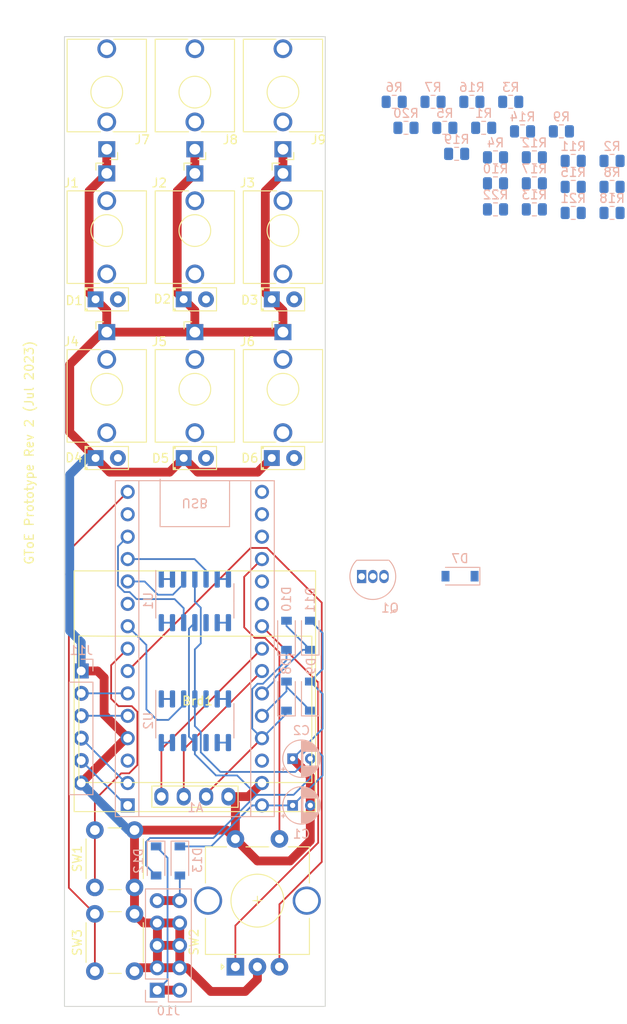
<source format=kicad_pcb>
(kicad_pcb (version 20211014) (generator pcbnew)

  (general
    (thickness 1.6)
  )

  (paper "A4")
  (layers
    (0 "F.Cu" signal)
    (31 "B.Cu" signal)
    (32 "B.Adhes" user "B.Adhesive")
    (33 "F.Adhes" user "F.Adhesive")
    (34 "B.Paste" user)
    (35 "F.Paste" user)
    (36 "B.SilkS" user "B.Silkscreen")
    (37 "F.SilkS" user "F.Silkscreen")
    (38 "B.Mask" user)
    (39 "F.Mask" user)
    (40 "Dwgs.User" user "User.Drawings")
    (41 "Cmts.User" user "User.Comments")
    (42 "Eco1.User" user "User.Eco1")
    (43 "Eco2.User" user "User.Eco2")
    (44 "Edge.Cuts" user)
    (45 "Margin" user)
    (46 "B.CrtYd" user "B.Courtyard")
    (47 "F.CrtYd" user "F.Courtyard")
    (48 "B.Fab" user)
    (49 "F.Fab" user)
    (50 "User.1" user)
    (51 "User.2" user)
    (52 "User.3" user)
    (53 "User.4" user)
    (54 "User.5" user)
    (55 "User.6" user)
    (56 "User.7" user)
    (57 "User.8" user)
    (58 "User.9" user)
  )

  (setup
    (stackup
      (layer "F.SilkS" (type "Top Silk Screen"))
      (layer "F.Paste" (type "Top Solder Paste"))
      (layer "F.Mask" (type "Top Solder Mask") (thickness 0.01))
      (layer "F.Cu" (type "copper") (thickness 0.035))
      (layer "dielectric 1" (type "core") (thickness 1.51) (material "FR4") (epsilon_r 4.5) (loss_tangent 0.02))
      (layer "B.Cu" (type "copper") (thickness 0.035))
      (layer "B.Mask" (type "Bottom Solder Mask") (thickness 0.01))
      (layer "B.Paste" (type "Bottom Solder Paste"))
      (layer "B.SilkS" (type "Bottom Silk Screen"))
      (copper_finish "None")
      (dielectric_constraints no)
    )
    (pad_to_mask_clearance 0)
    (aux_axis_origin 100 40)
    (pcbplotparams
      (layerselection 0x00010f0_ffffffff)
      (disableapertmacros false)
      (usegerberextensions false)
      (usegerberattributes true)
      (usegerberadvancedattributes true)
      (creategerberjobfile true)
      (svguseinch false)
      (svgprecision 6)
      (excludeedgelayer true)
      (plotframeref false)
      (viasonmask false)
      (mode 1)
      (useauxorigin false)
      (hpglpennumber 1)
      (hpglpenspeed 20)
      (hpglpendiameter 15.000000)
      (dxfpolygonmode true)
      (dxfimperialunits true)
      (dxfusepcbnewfont true)
      (psnegative false)
      (psa4output false)
      (plotreference true)
      (plotvalue true)
      (plotinvisibletext false)
      (sketchpadsonfab false)
      (subtractmaskfromsilk false)
      (outputformat 1)
      (mirror false)
      (drillshape 0)
      (scaleselection 1)
      (outputdirectory "Gerbers/")
    )
  )

  (net 0 "")
  (net 1 "Serial Out")
  (net 2 "Serial In")
  (net 3 "unconnected-(A1-Pad3)")
  (net 4 "GND")
  (net 5 "DIGITAL INPUT")
  (net 6 "ENC_D2")
  (net 7 "ENC_D1")
  (net 8 "Channel 1")
  (net 9 "Channel 2")
  (net 10 "Channel 3")
  (net 11 "Channel 4")
  (net 12 "Channel 5")
  (net 13 "Channel 6")
  (net 14 "START STOP BTN")
  (net 15 "SHIFT BTN")
  (net 16 "24ppqn OUT")
  (net 17 "unconnected-(A1-Pad17)")
  (net 18 "unconnected-(A1-Pad18)")
  (net 19 "unconnected-(A1-Pad20)")
  (net 20 "unconnected-(A1-Pad21)")
  (net 21 "ENC_BTN")
  (net 22 "I2C SDA")
  (net 23 "I2C SCL")
  (net 24 "+5V")
  (net 25 "unconnected-(A1-Pad28)")
  (net 26 "+12V")
  (net 27 "Net-(D1-Pad2)")
  (net 28 "Net-(D2-Pad2)")
  (net 29 "Net-(D3-Pad2)")
  (net 30 "Net-(D4-Pad2)")
  (net 31 "Net-(D5-Pad2)")
  (net 32 "Net-(D6-Pad2)")
  (net 33 "Net-(D7-Pad1)")
  (net 34 "Net-(J1-PadT)")
  (net 35 "unconnected-(J1-PadTN)")
  (net 36 "Net-(J2-PadT)")
  (net 37 "unconnected-(J2-PadTN)")
  (net 38 "Net-(J3-PadT)")
  (net 39 "unconnected-(J3-PadTN)")
  (net 40 "Net-(J4-PadT)")
  (net 41 "unconnected-(J4-PadTN)")
  (net 42 "Net-(J5-PadT)")
  (net 43 "unconnected-(J5-PadTN)")
  (net 44 "Net-(J6-PadT)")
  (net 45 "unconnected-(J6-PadTN)")
  (net 46 "Net-(J7-PadT)")
  (net 47 "unconnected-(J7-PadTN)")
  (net 48 "Net-(J8-PadT)")
  (net 49 "unconnected-(J8-PadTN)")
  (net 50 "Net-(J9-PadT)")
  (net 51 "unconnected-(J9-PadTN)")
  (net 52 "CV2 INPUT")
  (net 53 "-12V")
  (net 54 "CV1 INPUT")
  (net 55 "unconnected-(A1-Pad16)")
  (net 56 "Net-(D12-Pad1)")
  (net 57 "Net-(D13-Pad2)")
  (net 58 "Net-(R1-Pad1)")
  (net 59 "Net-(R3-Pad1)")
  (net 60 "Net-(R5-Pad1)")
  (net 61 "Net-(R7-Pad1)")
  (net 62 "Net-(R10-Pad2)")
  (net 63 "Net-(R11-Pad1)")
  (net 64 "Net-(R17-Pad2)")
  (net 65 "Net-(R15-Pad2)")
  (net 66 "Net-(R16-Pad2)")
  (net 67 "Net-(R20-Pad1)")

  (footprint "gtoe:thonkiconn" (layer "F.Cu") (at 124.8 46.3 180))

  (footprint "gtoe:button" (layer "F.Cu") (at 105.7 142.75 90))

  (footprint "gtoe:FlatTopLed" (layer "F.Cu") (at 114.8 87.8))

  (footprint "gtoe:thonkiconn" (layer "F.Cu") (at 114.8 62))

  (footprint "gtoe:I2C SSD1306" (layer "F.Cu") (at 114.8 115.6 180))

  (footprint "gtoe:thonkiconn" (layer "F.Cu") (at 114.8 80))

  (footprint "gtoe:FlatTopLed" (layer "F.Cu") (at 104.8 87.8))

  (footprint "gtoe:FlatTopLed" (layer "F.Cu") (at 124.8 69.8))

  (footprint "gtoe:thonkiconn" (layer "F.Cu") (at 124.8 62))

  (footprint "gtoe:FlatTopLed" (layer "F.Cu") (at 114.8 69.8))

  (footprint "gtoe:SwitchEncoder" (layer "F.Cu") (at 121.9 138 90))

  (footprint "gtoe:thonkiconn" (layer "F.Cu") (at 114.8 46.3 180))

  (footprint "gtoe:thonkiconn" (layer "F.Cu") (at 124.8 80))

  (footprint "gtoe:thonkiconn" (layer "F.Cu") (at 104.8 62))

  (footprint "gtoe:FlatTopLed" (layer "F.Cu") (at 124.8 87.8))

  (footprint "gtoe:FlatTopLed" (layer "F.Cu") (at 104.8 69.8))

  (footprint "gtoe:thonkiconn" (layer "F.Cu") (at 104.8 80))

  (footprint "gtoe:thonkiconn" (layer "F.Cu") (at 104.8 46.3 180))

  (footprint "gtoe:button" (layer "F.Cu") (at 105.7 133.25 90))

  (footprint "Diode_SMD:D_SOD-123" (layer "B.Cu") (at 113.1 133.5 -90))

  (footprint "Resistor_SMD:R_0805_2012Metric" (layer "B.Cu") (at 144.515238 53.3 180))

  (footprint "Capacitor_THT:CP_Radial_D4.0mm_P2.00mm" (layer "B.Cu") (at 125.9 127.2))

  (footprint "Diode_SMD:D_SOD-123" (layer "B.Cu") (at 127.9 114.8 90))

  (footprint "Diode_SMD:D_SOD-123" (layer "B.Cu") (at 127.9 107.9 90))

  (footprint "Resistor_SMD:R_0805_2012Metric" (layer "B.Cu") (at 156.405238 50.75 180))

  (footprint "Diode_SMD:D_SOD-123" (layer "B.Cu") (at 110.4 133.5 -90))

  (footprint "Resistor_SMD:R_0805_2012Metric" (layer "B.Cu") (at 150.655238 47.4 180))

  (footprint "Package_SO:SO-14_3.9x8.65mm_P1.27mm" (layer "B.Cu") (at 114.8 117.6 -90))

  (footprint "gtoe:Arduino_Nano (adjusted courtyard)" (layer "B.Cu") (at 114.8 112))

  (footprint "Resistor_SMD:R_0805_2012Metric" (layer "B.Cu") (at 153.335238 59.6 180))

  (footprint "Resistor_SMD:R_0805_2012Metric" (layer "B.Cu") (at 141.835238 47.4 180))

  (footprint "Resistor_SMD:R_0805_2012Metric" (layer "B.Cu") (at 153.335238 53.7 180))

  (footprint "Resistor_SMD:R_0805_2012Metric" (layer "B.Cu") (at 148.925238 56.65 180))

  (footprint "Resistor_SMD:R_0805_2012Metric" (layer "B.Cu") (at 151.995238 50.75 180))

  (footprint "Package_SO:SO-14_3.9x8.65mm_P1.27mm" (layer "B.Cu") (at 114.8 104 -90))

  (footprint "Resistor_SMD:R_0805_2012Metric" (layer "B.Cu") (at 148.925238 59.6 180))

  (footprint "Resistor_SMD:R_0805_2012Metric" (layer "B.Cu") (at 162.155238 60 180))

  (footprint "Connector_PinHeader_2.54mm:PinHeader_1x06_P2.54mm_Vertical" (layer "B.Cu") (at 101.9 111.95 180))

  (footprint "Resistor_SMD:R_0805_2012Metric" (layer "B.Cu") (at 162.155238 54.1 180))

  (footprint "Resistor_SMD:R_0805_2012Metric" (layer "B.Cu") (at 143.175238 50.35 180))

  (footprint "Resistor_SMD:R_0805_2012Metric" (layer "B.Cu") (at 157.745238 54.1 180))

  (footprint "Resistor_SMD:R_0805_2012Metric" (layer "B.Cu") (at 138.765238 50.35 180))

  (footprint "Capacitor_THT:CP_Radial_D4.0mm_P2.00mm" (layer "B.Cu")
    (tedit 5AE50EF0) (tstamp 92d2b063-112e-4f9c-9bb4-b431b473765a)
    (at 125.9 121.9)
    (descr "CP, Radial series, Radial, pin pitch=2.00mm, , diameter=4mm, Electrolytic Capacitor")
    (tags "CP Radial series Radial pin pitch 2.00mm  diameter 4mm Electrolytic Capacitor")
    (property "Sheetfile" "gtoe.kicad_sch")
    (property "Sheetname" "")
    (path "/87c70d75-b506-468f-8e8e-9bbc54fba500")
    (attr through_hole)
    (fp_text reference "C2" (at 1 -3.2) (layer "B.SilkS")
      (effects (font (size 1 1) (thickness 0.15)) (justify mirror))
      (tstamp dc54d08b-e603-4f3e-b50b-783645b2664c)
    )
    (fp_text value "10uF" (at 1 -3.25) (layer "B.Fab")
      (effects (font (size 1 1) (thickness 0.15)) (justify mirror))
      (tstamp e1ac3c69-be49-4a9c-9389-7c357cf25214)
    )
    (fp_text user "${REFERENCE}" (at 1 0) (layer "B.Fab")
      (effects (font (size 0.8 0.8) (thickness 0.12)) (justify mirror))
      (tstamp db2c95dc-a7ee-4f40-8dfd-74d9caf2e1af)
    )
    (fp_line (start 1.841 1.907) (end 1.841 0.84) (layer "B.SilkS") (width 0.12) (tstamp 001241f2-19e4-4175-a4fb-6c9fbc166f7e))
    (fp_line (start 1.721 1.954) (end 1.721 0.84) (layer "B
... [86558 chars truncated]
</source>
